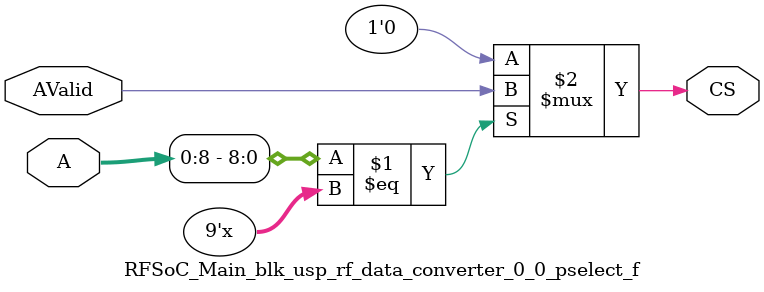
<source format=v>
`timescale 1 ps/1 ps

module RFSoC_Main_blk_usp_rf_data_converter_0_0_pselect_f ( A, AValid, CS) ;

parameter C_AB  = 9;
parameter C_AW  = 32;
parameter [0:C_AW - 1] C_BAR =  'bz;
parameter C_FAMILY  = "nofamily";
input[0:C_AW-1] A; 
input AValid; 
output CS; 
wire CS;
parameter [0:C_AB-1]BAR = C_BAR[0:C_AB-1];

//----------------------------------------------------------------------------
// Build a behavioral decoder
//----------------------------------------------------------------------------
generate
if (C_AB > 0) begin : XST_WA
assign CS = (A[0:C_AB - 1] == BAR[0:C_AB - 1]) ? AValid : 1'b0 ;
end
endgenerate

generate
if (C_AB == 0) begin : PASS_ON_GEN
assign CS = AValid ;
end
endgenerate
endmodule

</source>
